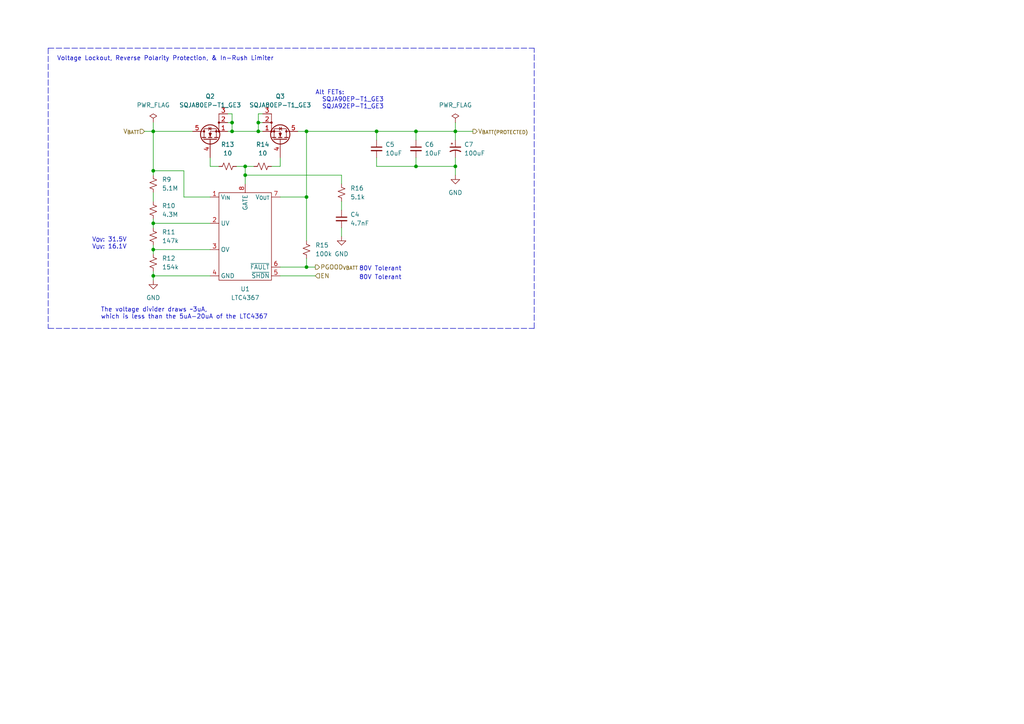
<source format=kicad_sch>
(kicad_sch (version 20211123) (generator eeschema)
  (paper "A4")
  (title_block (title "Bodge Control") (date "2022-11-23") (rev "1.0.0") (company "The A-Team (RC SSL)") (comment 1 "W. Stuckey & R. Osawa"))
  (lib_symbols
    (symbol "AT-PowerIC:LTC4367"
      (property "Reference" "U" (at 2.54 13.97 0))
      (property "Value" "LTC4367" (at 0 -15.24 0))
      (symbol "LTC4367_0_1"
        (rectangle (start -7.62 12.7) (end 7.62 -12.7) (stroke (width 0.1524)))
      )
      (symbol "LTC4367_1_1"
        (pin power_in line (at -10.16 11.43 0) (length 2.54) (name "V_{IN}") (number "1"))
        (pin input line (at -10.16 3.81 0) (length 2.54) (name "UV") (number "2"))
        (pin input line (at -10.16 -3.81 0) (length 2.54) (name "OV") (number "3"))
        (pin power_in line (at -10.16 -11.43 0) (length 2.54) (name "GND") (number "4"))
        (pin input line (at 10.16 -11.43 180) (length 2.54) (name "~{SHDN}") (number "5"))
        (pin open_collector line (at 10.16 -8.89 180) (length 2.54) (name "~{FAULT}") (number "6"))
        (pin input line (at 10.16 11.43 180) (length 2.54) (name "V_{OUT}") (number "7"))
        (pin output line (at 0 15.24 270) (length 2.54) (name "GATE") (number "8"))
      )
    )
    (symbol "AT-Transistors:Q_NMOS_SGD_PowerPAK" (pin_names (offset 0) hide)
      (property "Reference" "Q" (at 5.08 1.27 0))
      (property "Value" "Q_NMOS_SGD_PowerPAK" (at 5.08 -1.27 0))
      (symbol "Q_NMOS_SGD_PowerPAK_0_1"
        (polyline (pts (xy 0.254 0) (xy -2.54 0)))
        (polyline (pts (xy 0.254 1.905) (xy 0.254 -1.905)) (stroke (width 0.254)))
        (polyline (pts (xy 0.762 -1.27) (xy 0.762 -2.286)) (stroke (width 0.254)))
        (polyline (pts (xy 0.762 0.508) (xy 0.762 -0.508)) (stroke (width 0.254)))
        (polyline (pts (xy 0.762 2.286) (xy 0.762 1.27)) (stroke (width 0.254)))
        (polyline (pts (xy 2.54 2.54) (xy 2.54 1.778)))
        (polyline (pts (xy 7.62 -2.54) (xy 5.08 -2.54)) (stroke (width 0.1524)))
        (polyline (pts (xy 2.54 -2.54) (xy 2.54 0) (xy 0.762 0)))
        (polyline (pts (xy 5.08 -2.54) (xy 2.54 -2.54) (xy 3.81 -2.54)) (stroke (width 0.1524)))
        (polyline (pts (xy 0.762 -1.778) (xy 3.302 -1.778) (xy 3.302 1.778) (xy 0.762 1.778)))
        (polyline (pts (xy 1.016 0) (xy 2.032 0.381) (xy 2.032 -0.381) (xy 1.016 0)) (fill (type outline)))
        (polyline (pts (xy 2.794 0.508) (xy 2.921 0.381) (xy 3.683 0.381) (xy 3.81 0.254)))
        (polyline (pts (xy 3.302 0.381) (xy 2.921 -0.254) (xy 3.683 -0.254) (xy 3.302 0.381)))
        (circle (center 1.651 0) (radius 2.794) (stroke (width 0.254)))
        (circle (center 2.54 -2.54) (radius 0.254) (fill (type outline)))
        (circle (center 2.54 -1.778) (radius 0.254) (fill (type outline)))
        (circle (center 2.54 1.778) (radius 0.254) (fill (type outline)))
        (circle (center 5.08 -2.54) (radius 0.254) (fill (type outline)))
      )
      (symbol "Q_NMOS_SGD_PowerPAK_1_1"
        (pin passive line (at 2.54 -5.08 90) (length 2.54) (name "S") (number "1"))
        (pin passive line (at 5.08 -5.08 90) (length 2.54) (name "S") (number "2"))
        (pin passive line (at 7.62 -5.08 90) (length 2.54) (name "S") (number "3"))
        (pin input line (at -5.08 0 0) (length 5.08) (name "G") (number "4"))
        (pin passive line (at 2.54 5.08 270) (length 2.54) (name "D") (number "5"))
      )
    )
    (symbol "Device:C_Polarized_Small_US" (pin_numbers hide) (pin_names (offset 0.254) hide)
      (property "Reference" "C" (at 0.254 1.778 0))
      (property "Value" "C_Polarized_Small_US" (at 0.254 -2.032 0))
      (symbol "C_Polarized_Small_US_0_1"
        (polyline (pts (xy -1.524 0.508) (xy 1.524 0.508)) (stroke (width 0.3048)))
        (polyline (pts (xy -1.27 1.524) (xy -0.762 1.524)))
        (polyline (pts (xy -1.016 1.27) (xy -1.016 1.778)))
        (arc (start 1.524 -0.762) (mid 0 -0.3734) (end -1.524 -0.762) (stroke (width 0.3048)))
      )
      (symbol "C_Polarized_Small_US_1_1"
        (pin passive line (at 0 2.54 270) (length 2.032) (name "~") (number "1"))
        (pin passive line (at 0 -2.54 90) (length 2.032) (name "~") (number "2"))
      )
    )
    (symbol "Device:C_Small" (pin_numbers hide) (pin_names (offset 0.254) hide)
      (property "Reference" "C" (at 0.254 1.778 0))
      (property "Value" "C_Small" (at 0.254 -2.032 0))
      (symbol "C_Small_0_1"
        (polyline (pts (xy -1.524 -0.508) (xy 1.524 -0.508)) (stroke (width 0.3302)))
        (polyline (pts (xy -1.524 0.508) (xy 1.524 0.508)) (stroke (width 0.3048)))
      )
      (symbol "C_Small_1_1"
        (pin passive line (at 0 2.54 270) (length 2.032) (name "~") (number "1"))
        (pin passive line (at 0 -2.54 90) (length 2.032) (name "~") (number "2"))
      )
    )
    (symbol "Device:R_Small_US" (pin_numbers hide) (pin_names (offset 0.254) hide)
      (property "Reference" "R" (at 0.762 0.508 0))
      (property "Value" "R_Small_US" (at 0.762 -1.016 0))
      (symbol "R_Small_US_1_1"
        (polyline (pts (xy 0 0) (xy 1.016 -0.381) (xy 0 -0.762) (xy -1.016 -1.143) (xy 0 -1.524)))
        (polyline (pts (xy 0 1.524) (xy 1.016 1.143) (xy 0 0.762) (xy -1.016 0.381) (xy 0 0)))
        (pin passive line (at 0 2.54 270) (length 1.016) (name "~") (number "1"))
        (pin passive line (at 0 -2.54 90) (length 1.016) (name "~") (number "2"))
      )
    )
    (symbol "power:GND" (power) (pin_names (offset 0))
      (property "Value" "GND" (at 0 -3.81 0))
      (symbol "GND_0_1"
        (polyline (pts (xy 0 0) (xy 0 -1.27) (xy 1.27 -1.27) (xy 0 -2.54) (xy -1.27 -1.27) (xy 0 -1.27)))
      )
      (symbol "GND_1_1"
        (pin power_in line (at 0 0 270) (length 0) hide (name "GND") (number "1"))
      )
    )
    (symbol "power:PWR_FLAG" (power) (pin_numbers hide) (pin_names (offset 0) hide)
      (property "Value" "PWR_FLAG" (at 0 3.81 0))
      (symbol "PWR_FLAG_0_0"
        (pin power_out line (at 0 0 90) (length 0) (name "pwr") (number "1"))
      )
      (symbol "PWR_FLAG_0_1"
        (polyline (pts (xy 0 0) (xy 0 1.27) (xy -1.016 1.905) (xy 0 2.54) (xy 1.016 1.905) (xy 0 1.27)))
      )
    )
  )
  (junction (at 88.9 77.47))
  (junction (at 67.31 38.1))
  (junction (at 71.12 50.8) (diameter 0.9144))
  (junction (at 74.93 35.56))
  (junction (at 44.45 49.53))
  (junction (at 109.22 38.1) (diameter 0.9144))
  (junction (at 120.65 48.26) (diameter 0.9144))
  (junction (at 88.9 38.1) (diameter 0.9144))
  (junction (at 67.31 35.56))
  (junction (at 132.08 48.26) (diameter 0.9144))
  (junction (at 71.12 48.26) (diameter 0.9144))
  (junction (at 44.45 72.39) (diameter 0.9144))
  (junction (at 44.45 38.1) (diameter 0.9144))
  (junction (at 74.93 38.1))
  (junction (at 120.65 38.1) (diameter 0.9144))
  (junction (at 44.45 64.77) (diameter 0.9144))
  (junction (at 132.08 38.1) (diameter 0.9144))
  (junction (at 44.45 80.01) (diameter 0.9144))
  (junction (at 88.9 57.15))
  (wire (pts (xy 120.65 38.1) (xy 120.65 40.64)))
  (wire (pts (xy 132.08 35.56) (xy 132.08 38.1)))
  (wire (pts (xy 44.45 63.5) (xy 44.45 64.77)))
  (wire (pts (xy 44.45 64.77) (xy 44.45 66.04)))
  (wire (pts (xy 44.45 35.56) (xy 44.45 38.1)))
  (wire (pts (xy 132.08 48.26) (xy 132.08 50.8)))
  (wire (pts (xy 53.34 57.15) (xy 53.34 49.53)))
  (wire (pts (xy 53.34 57.15) (xy 60.96 57.15)))
  (wire (pts (xy 99.06 58.42) (xy 99.06 60.96)))
  (wire (pts (xy 66.04 35.56) (xy 67.31 35.56)))
  (wire (pts (xy 41.91 38.1) (xy 44.45 38.1)))
  (wire (pts (xy 44.45 38.1) (xy 55.88 38.1)))
  (wire (pts (xy 44.45 49.53) (xy 53.34 49.53)))
  (wire (pts (xy 88.9 74.93) (xy 88.9 77.47)))
  (wire (pts (xy 132.08 38.1) (xy 132.08 40.64)))
  (wire (pts (xy 71.12 50.8) (xy 71.12 53.34)))
  (wire (pts (xy 76.2 33.02) (xy 74.93 33.02)))
  (wire (pts (xy 67.31 35.56) (xy 67.31 38.1)))
  (wire (pts (xy 78.74 48.26) (xy 81.28 48.26)))
  (wire (pts (xy 81.28 48.26) (xy 81.28 45.72)))
  (wire (pts (xy 81.28 57.15) (xy 88.9 57.15)))
  (wire (pts (xy 88.9 57.15) (xy 88.9 38.1)))
  (wire (pts (xy 76.2 35.56) (xy 74.93 35.56)))
  (wire (pts (xy 88.9 57.15) (xy 88.9 69.85)))
  (wire (pts (xy 68.58 48.26) (xy 71.12 48.26)))
  (wire (pts (xy 71.12 48.26) (xy 73.66 48.26)))
  (wire (pts (xy 71.12 50.8) (xy 99.06 50.8)))
  (wire (pts (xy 99.06 50.8) (xy 99.06 53.34)))
  (wire (pts (xy 67.31 33.02) (xy 67.31 35.56)))
  (wire (pts (xy 44.45 80.01) (xy 44.45 78.74)))
  (wire (pts (xy 44.45 80.01) (xy 60.96 80.01)))
  (wire (pts (xy 81.28 77.47) (xy 88.9 77.47)))
  (wire (pts (xy 44.45 64.77) (xy 60.96 64.77)))
  (polyline (pts (xy 13.97 13.97) (xy 13.97 95.25)) (stroke (width 0) (type dash)))
  (polyline (pts (xy 13.97 13.97) (xy 154.94 13.97)) (stroke (width 0) (type dash)))
  (polyline (pts (xy 13.97 95.25) (xy 154.94 95.25)) (stroke (width 0) (type dash)))
  (polyline (pts (xy 154.94 95.25) (xy 154.94 13.97)) (stroke (width 0) (type dash)))
  (wire (pts (xy 44.45 55.88) (xy 44.45 58.42)))
  (wire (pts (xy 66.04 38.1) (xy 67.31 38.1)))
  (wire (pts (xy 44.45 38.1) (xy 44.45 49.53)))
  (wire (pts (xy 44.45 80.01) (xy 44.45 81.28)))
  (wire (pts (xy 67.31 38.1) (xy 74.93 38.1)))
  (wire (pts (xy 109.22 38.1) (xy 109.22 40.64)))
  (wire (pts (xy 81.28 80.01) (xy 91.44 80.01)))
  (wire (pts (xy 120.65 45.72) (xy 120.65 48.26)))
  (wire (pts (xy 88.9 77.47) (xy 91.44 77.47)))
  (wire (pts (xy 74.93 33.02) (xy 74.93 35.56)))
  (wire (pts (xy 74.93 38.1) (xy 76.2 38.1)))
  (wire (pts (xy 109.22 38.1) (xy 120.65 38.1)))
  (wire (pts (xy 120.65 38.1) (xy 132.08 38.1)))
  (wire (pts (xy 132.08 38.1) (xy 137.16 38.1)))
  (wire (pts (xy 66.04 33.02) (xy 67.31 33.02)))
  (wire (pts (xy 74.93 35.56) (xy 74.93 38.1)))
  (wire (pts (xy 88.9 38.1) (xy 109.22 38.1)))
  (wire (pts (xy 86.36 38.1) (xy 88.9 38.1)))
  (wire (pts (xy 71.12 48.26) (xy 71.12 50.8)))
  (wire (pts (xy 99.06 66.04) (xy 99.06 68.58)))
  (wire (pts (xy 44.45 72.39) (xy 60.96 72.39)))
  (wire (pts (xy 60.96 45.72) (xy 60.96 48.26)))
  (wire (pts (xy 60.96 48.26) (xy 63.5 48.26)))
  (wire (pts (xy 109.22 45.72) (xy 109.22 48.26)))
  (wire (pts (xy 109.22 48.26) (xy 120.65 48.26)))
  (wire (pts (xy 120.65 48.26) (xy 132.08 48.26)))
  (wire (pts (xy 132.08 48.26) (xy 132.08 45.72)))
  (wire (pts (xy 44.45 49.53) (xy 44.45 50.8)))
  (wire (pts (xy 44.45 71.12) (xy 44.45 72.39)))
  (wire (pts (xy 44.45 72.39) (xy 44.45 73.66)))
  (text "80V Tolerant" (at 104.14 81.28 0) (effects (font (size 1.27 1.27)) (justify left bottom)))
  (text "80V Tolerant" (at 104.14 78.74 0) (effects (font (size 1.27 1.27)) (justify left bottom)))
  (text "V_{OV}: 31.5V\nV_{UV}: 16.1V\n" (at 26.67 72.39 0) (effects (font (size 1.27 1.27)) (justify left bottom)))
  (text "The voltage divider draws ~3uA,\nwhich is less than the 5uA-20uA of the LTC4367 " (at 29.21 92.71 0) (effects (font (size 1.27 1.27)) (justify left bottom)))
  (text "Voltage Lockout, Reverse Polarity Protection, & In-Rush Limiter" (at 16.51 17.78 0) (effects (font (size 1.27 1.27)) (justify left bottom)))
  (text "Alt FETs:\n  SQJA90EP-T1_GE3\n  SQJA92EP-T1_GE3 " (at 91.44 31.75 0) (effects (font (size 1.27 1.27)) (justify left bottom)))
  (hierarchical_label "V_{BATT(PROTECTED)}" (shape output) (at 137.16 38.1 0))
  (hierarchical_label "EN" (shape input) (at 91.44 80.01 0))
  (hierarchical_label "PGOOD_{VBATT}" (shape output) (at 91.44 77.47 0))
  (hierarchical_label "V_{BATT}" (shape input) (at 41.91 38.1 180))
  (symbol (lib_id "Device:R_Small_US") (at 44.45 53.34 0) (unit 1)
    (property "Reference" "R9" (at 46.99 52.0699 0) (effects (justify left)))
    (property "Value" "5.1M" (at 46.99 54.6099 0) (effects (justify left)))
    (property "Footprint" "Resistor_SMD:R_0402_1005Metric_Pad0.72x0.64mm_HandSolder" (effects hide))
  )
  (symbol (lib_id "power:PWR_FLAG") (at 132.08 35.56 0) (unit 1)
    (property "Reference" "#FLG04" (effects hide))
    (property "Value" "PWR_FLAG" (at 132.08 30.48 0))
  )
  (symbol (lib_id "AT-Transistors:Q_NMOS_SGD_PowerPAK") (at 81.28 40.64 270) (mirror x) (unit 1)
    (property "Reference" "Q3" (at 81.28 27.94 90))
    (property "Value" "SQJA80EP-T1_GE3" (at 81.28 30.48 90))
    (property "Footprint" "AT-Discrete:PowerPAK_SO-8L_Single" (effects hide))
  )
  (symbol (lib_id "Device:R_Small_US") (at 44.45 60.96 0) (unit 1)
    (property "Reference" "R10" (at 46.99 59.6899 0) (effects (justify left)))
    (property "Value" "4.3M" (at 46.99 62.2299 0) (effects (justify left)))
    (property "Footprint" "Resistor_SMD:R_0402_1005Metric_Pad0.72x0.64mm_HandSolder" (effects hide))
  )
  (symbol (lib_id "Device:R_Small_US") (at 88.9 72.39 0) (unit 1)
    (property "Reference" "R15" (at 91.44 71.1199 0) (effects (justify left)))
    (property "Value" "100k" (at 91.44 73.6599 0) (effects (justify left)))
    (property "Footprint" "Resistor_SMD:R_0402_1005Metric_Pad0.72x0.64mm_HandSolder" (effects hide))
  )
  (symbol (lib_id "AT-Transistors:Q_NMOS_SGD_PowerPAK") (at 60.96 40.64 90) (unit 1)
    (property "Reference" "Q2" (at 60.96 27.94 90))
    (property "Value" "SQJA80EP-T1_GE3" (at 60.96 30.48 90))
    (property "Footprint" "AT-Discrete:PowerPAK_SO-8L_Single" (effects hide))
  )
  (symbol (lib_id "Device:C_Polarized_Small_US") (at 132.08 43.18 0) (unit 1)
    (property "Reference" "C7" (at 134.62 41.9099 0) (effects (justify left)))
    (property "Value" "100uF" (at 134.62 44.4499 0) (effects (justify left)))
    (property "Footprint" "Capacitor_THT:CP_Radial_D10.0mm_P5.00mm" (effects hide))
  )
  (symbol (lib_id "Device:R_Small_US") (at 99.06 55.88 0) (unit 1)
    (property "Reference" "R16" (at 101.6 54.6099 0) (effects (justify left)))
    (property "Value" "5.1k" (at 101.6 57.1499 0) (effects (justify left)))
    (property "Footprint" "Resistor_SMD:R_0402_1005Metric_Pad0.72x0.64mm_HandSolder" (effects hide))
  )
  (symbol (lib_id "power:GND") (at 99.06 68.58 0) (unit 1)
    (property "Reference" "#PWR023" (effects hide))
    (property "Value" "GND" (at 99.06 73.66 0))
  )
  (symbol (lib_id "power:PWR_FLAG") (at 44.45 35.56 0) (unit 1)
    (property "Reference" "#FLG03" (effects hide))
    (property "Value" "PWR_FLAG" (at 44.45 30.48 0))
  )
  (symbol (lib_id "power:GND") (at 132.08 50.8 0) (unit 1)
    (property "Reference" "#PWR024" (effects hide))
    (property "Value" "GND" (at 132.08 55.88 0))
  )
  (symbol (lib_id "Device:C_Small") (at 109.22 43.18 0) (unit 1)
    (property "Reference" "C5" (at 111.76 41.9099 0) (effects (justify left)))
    (property "Value" "10uF" (at 111.76 44.4499 0) (effects (justify left)))
    (property "Footprint" "Capacitor_SMD:C_1210_3225Metric_Pad1.33x2.70mm_HandSolder" (effects hide))
  )
  (symbol (lib_id "Device:C_Small") (at 120.65 43.18 0) (unit 1)
    (property "Reference" "C6" (at 123.19 41.9099 0) (effects (justify left)))
    (property "Value" "10uF" (at 123.19 44.4499 0) (effects (justify left)))
    (property "Footprint" "Capacitor_SMD:C_1210_3225Metric_Pad1.33x2.70mm_HandSolder" (effects hide))
  )
  (symbol (lib_id "Device:R_Small_US") (at 76.2 48.26 90) (unit 1)
    (property "Reference" "R14" (at 76.2 41.91 90))
    (property "Value" "10" (at 76.2 44.45 90))
    (property "Footprint" "Resistor_SMD:R_0402_1005Metric_Pad0.72x0.64mm_HandSolder" (effects hide))
  )
  (symbol (lib_id "Device:C_Small") (at 99.06 63.5 0) (unit 1)
    (property "Reference" "C4" (at 101.6 62.2299 0) (effects (justify left)))
    (property "Value" "4.7nF" (at 101.6 64.7699 0) (effects (justify left)))
    (property "Footprint" "Capacitor_SMD:C_0402_1005Metric_Pad0.74x0.62mm_HandSolder" (effects hide))
  )
  (symbol (lib_id "power:GND") (at 44.45 81.28 0) (unit 1)
    (property "Reference" "#PWR022" (effects hide))
    (property "Value" "GND" (at 44.45 86.36 0))
  )
  (symbol (lib_id "Device:R_Small_US") (at 44.45 68.58 0) (unit 1)
    (property "Reference" "R11" (at 46.99 67.3099 0) (effects (justify left)))
    (property "Value" "147k" (at 46.99 69.8499 0) (effects (justify left)))
    (property "Footprint" "Resistor_SMD:R_0402_1005Metric_Pad0.72x0.64mm_HandSolder" (effects hide))
  )
  (symbol (lib_id "Device:R_Small_US") (at 66.04 48.26 90) (unit 1)
    (property "Reference" "R13" (at 66.04 41.91 90))
    (property "Value" "10" (at 66.04 44.45 90))
    (property "Footprint" "Resistor_SMD:R_0402_1005Metric_Pad0.72x0.64mm_HandSolder" (effects hide))
  )
  (symbol (lib_id "AT-PowerIC:LTC4367") (at 71.12 68.58 0) (unit 1)
    (property "Reference" "U1" (at 71.12 83.82 0))
    (property "Value" "LTC4367" (at 71.12 86.36 0))
    (property "Footprint" "AT-IC:MS8" (effects hide))
  )
  (symbol (lib_id "Device:R_Small_US") (at 44.45 76.2 180) (unit 1)
    (property "Reference" "R12" (at 46.99 74.9299 0) (effects (justify right)))
    (property "Value" "154k" (at 46.99 77.4699 0) (effects (justify right)))
    (property "Footprint" "Resistor_SMD:R_0402_1005Metric_Pad0.72x0.64mm_HandSolder" (effects hide))
  )
)
</source>
